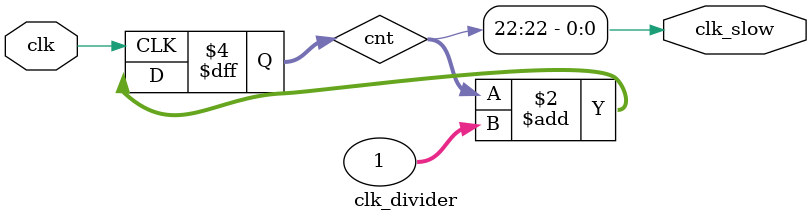
<source format=sv>
module clk_divider (
	input wire clk, // 50MHz input clock output wire clk_slow // LED output
	output wire clk_slow	//led output
	) ;
// create a binary counter
	reg [31:0] cnt; // 32-bit counter
	initial begin
		cnt <= 32'h00000000; // start at zero
	end
	always @ (posedge clk) begin 
		cnt <= cnt + 1; // count up
	end
//assign LED to 25th bit of the counter to blink the LED at a few Hz
	assign clk_slow = cnt[22];
endmodule
</source>
